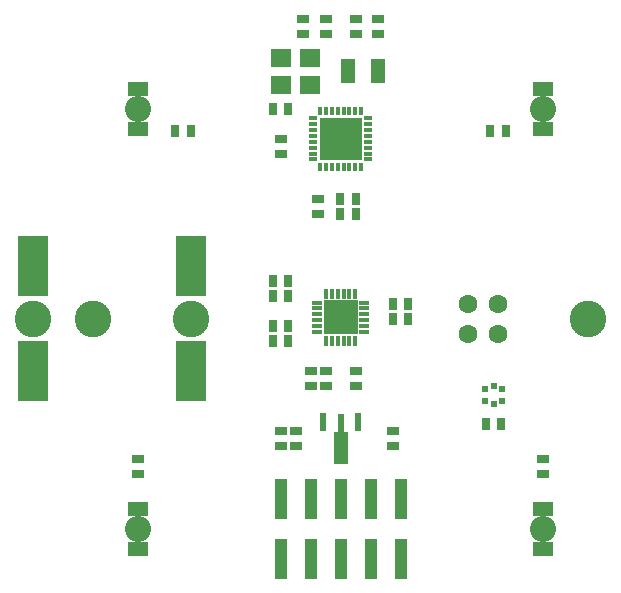
<source format=gbr>
G04 EAGLE Gerber X2 export*
%TF.Part,Single*%
%TF.FileFunction,Soldermask,Top,1*%
%TF.FilePolarity,Negative*%
%TF.GenerationSoftware,Autodesk,EAGLE,8.6.0*%
%TF.CreationDate,2018-05-27T13:35:38Z*%
G75*
%MOMM*%
%FSLAX34Y34*%
%LPD*%
%AMOC8*
5,1,8,0,0,1.08239X$1,22.5*%
G01*
%ADD10C,3.101600*%
%ADD11R,1.117600X3.403600*%
%ADD12R,0.581600X1.501600*%
%ADD13R,0.581600X1.626600*%
%ADD14R,1.301600X2.826600*%
%ADD15R,1.001600X0.801600*%
%ADD16R,1.201600X2.001600*%
%ADD17R,2.641600X5.181600*%
%ADD18R,0.801600X1.001600*%
%ADD19R,1.701600X1.201600*%
%ADD20C,2.201600*%
%ADD21R,0.551600X0.601600*%
%ADD22R,0.601600X0.551600*%
%ADD23R,0.406400X0.711200*%
%ADD24R,0.711200X0.406400*%
%ADD25R,3.556000X3.556000*%
%ADD26R,0.901600X0.401600*%
%ADD27R,0.401600X0.901600*%
%ADD28R,2.851600X2.851600*%
%ADD29R,1.701600X1.601600*%
%ADD30C,1.601600*%

G36*
X338273Y521977D02*
X338273Y521977D01*
X338275Y521976D01*
X338318Y521996D01*
X338362Y522014D01*
X338362Y522016D01*
X338364Y522017D01*
X338397Y522102D01*
X338397Y528198D01*
X338396Y528200D01*
X338397Y528202D01*
X338377Y528245D01*
X338359Y528289D01*
X338357Y528289D01*
X338356Y528291D01*
X338271Y528324D01*
X335223Y528324D01*
X335221Y528323D01*
X335219Y528324D01*
X335176Y528304D01*
X335132Y528286D01*
X335131Y528284D01*
X335129Y528283D01*
X335097Y528198D01*
X335097Y522102D01*
X335097Y522100D01*
X335097Y522098D01*
X335117Y522055D01*
X335135Y522011D01*
X335137Y522011D01*
X335138Y522009D01*
X335223Y521976D01*
X338271Y521976D01*
X338273Y521977D01*
G37*
G36*
X348275Y521977D02*
X348275Y521977D01*
X348277Y521976D01*
X348320Y521996D01*
X348364Y522014D01*
X348365Y522016D01*
X348367Y522017D01*
X348400Y522102D01*
X348400Y528198D01*
X348399Y528200D01*
X348400Y528202D01*
X348380Y528245D01*
X348361Y528289D01*
X348359Y528289D01*
X348358Y528291D01*
X348273Y528324D01*
X345225Y528324D01*
X345223Y528323D01*
X345221Y528324D01*
X345178Y528304D01*
X345135Y528286D01*
X345134Y528284D01*
X345132Y528283D01*
X345099Y528198D01*
X345099Y522102D01*
X345100Y522100D01*
X345099Y522098D01*
X345119Y522055D01*
X345138Y522011D01*
X345140Y522011D01*
X345140Y522009D01*
X345225Y521976D01*
X348273Y521976D01*
X348275Y521977D01*
G37*
G36*
X343274Y521977D02*
X343274Y521977D01*
X343276Y521976D01*
X343319Y521996D01*
X343363Y522014D01*
X343364Y522016D01*
X343366Y522017D01*
X343398Y522102D01*
X343398Y528198D01*
X343398Y528200D01*
X343398Y528202D01*
X343378Y528245D01*
X343360Y528289D01*
X343358Y528289D01*
X343357Y528291D01*
X343272Y528324D01*
X340224Y528324D01*
X340222Y528323D01*
X340220Y528324D01*
X340177Y528304D01*
X340133Y528286D01*
X340133Y528284D01*
X340131Y528283D01*
X340098Y528198D01*
X340098Y522102D01*
X340099Y522100D01*
X340098Y522098D01*
X340118Y522055D01*
X340136Y522011D01*
X340138Y522011D01*
X340139Y522009D01*
X340224Y521976D01*
X343272Y521976D01*
X343274Y521977D01*
G37*
G36*
X333272Y521977D02*
X333272Y521977D01*
X333274Y521976D01*
X333317Y521996D01*
X333360Y522014D01*
X333361Y522016D01*
X333363Y522017D01*
X333396Y522102D01*
X333396Y528198D01*
X333395Y528200D01*
X333396Y528202D01*
X333376Y528245D01*
X333357Y528289D01*
X333355Y528289D01*
X333355Y528291D01*
X333270Y528324D01*
X330222Y528324D01*
X330220Y528323D01*
X330218Y528324D01*
X330175Y528304D01*
X330131Y528286D01*
X330130Y528284D01*
X330128Y528283D01*
X330095Y528198D01*
X330095Y522102D01*
X330096Y522100D01*
X330095Y522098D01*
X330115Y522055D01*
X330134Y522011D01*
X330136Y522011D01*
X330137Y522009D01*
X330222Y521976D01*
X333270Y521976D01*
X333272Y521977D01*
G37*
G36*
X353277Y521977D02*
X353277Y521977D01*
X353279Y521976D01*
X353322Y521996D01*
X353365Y522014D01*
X353366Y522016D01*
X353368Y522017D01*
X353401Y522102D01*
X353401Y528198D01*
X353400Y528200D01*
X353401Y528202D01*
X353381Y528245D01*
X353362Y528289D01*
X353360Y528289D01*
X353360Y528291D01*
X353275Y528324D01*
X350227Y528324D01*
X350225Y528323D01*
X350223Y528324D01*
X350180Y528304D01*
X350136Y528286D01*
X350135Y528284D01*
X350133Y528283D01*
X350100Y528198D01*
X350100Y522102D01*
X350101Y522100D01*
X350100Y522098D01*
X350120Y522055D01*
X350139Y522011D01*
X350141Y522011D01*
X350142Y522009D01*
X350227Y521976D01*
X353275Y521976D01*
X353277Y521977D01*
G37*
G36*
X358278Y521977D02*
X358278Y521977D01*
X358280Y521976D01*
X358323Y521996D01*
X358367Y522014D01*
X358367Y522016D01*
X358369Y522017D01*
X358402Y522102D01*
X358402Y528198D01*
X358401Y528200D01*
X358402Y528202D01*
X358382Y528245D01*
X358364Y528289D01*
X358362Y528289D01*
X358361Y528291D01*
X358276Y528324D01*
X355228Y528324D01*
X355226Y528323D01*
X355224Y528324D01*
X355181Y528304D01*
X355137Y528286D01*
X355136Y528284D01*
X355134Y528283D01*
X355102Y528198D01*
X355102Y522102D01*
X355102Y522100D01*
X355102Y522098D01*
X355122Y522055D01*
X355140Y522011D01*
X355142Y522011D01*
X355143Y522009D01*
X355228Y521976D01*
X358276Y521976D01*
X358278Y521977D01*
G37*
G36*
X363279Y521977D02*
X363279Y521977D01*
X363281Y521976D01*
X363324Y521996D01*
X363368Y522014D01*
X363369Y522016D01*
X363371Y522017D01*
X363403Y522102D01*
X363403Y528198D01*
X363403Y528200D01*
X363403Y528202D01*
X363383Y528245D01*
X363365Y528289D01*
X363363Y528289D01*
X363362Y528291D01*
X363277Y528324D01*
X360229Y528324D01*
X360227Y528323D01*
X360225Y528324D01*
X360182Y528304D01*
X360138Y528286D01*
X360138Y528284D01*
X360136Y528283D01*
X360103Y528198D01*
X360103Y522102D01*
X360104Y522100D01*
X360103Y522098D01*
X360123Y522055D01*
X360141Y522011D01*
X360143Y522011D01*
X360144Y522009D01*
X360229Y521976D01*
X363277Y521976D01*
X363279Y521977D01*
G37*
G36*
X368280Y521977D02*
X368280Y521977D01*
X368282Y521976D01*
X368325Y521996D01*
X368369Y522014D01*
X368370Y522016D01*
X368372Y522017D01*
X368405Y522102D01*
X368405Y528198D01*
X368404Y528200D01*
X368405Y528202D01*
X368385Y528245D01*
X368366Y528289D01*
X368364Y528289D01*
X368363Y528291D01*
X368278Y528324D01*
X365230Y528324D01*
X365228Y528323D01*
X365226Y528324D01*
X365183Y528304D01*
X365140Y528286D01*
X365139Y528284D01*
X365137Y528283D01*
X365104Y528198D01*
X365104Y522102D01*
X365105Y522100D01*
X365104Y522098D01*
X365124Y522055D01*
X365143Y522011D01*
X365145Y522011D01*
X365146Y522009D01*
X365230Y521976D01*
X368278Y521976D01*
X368280Y521977D01*
G37*
G36*
X328800Y517505D02*
X328800Y517505D01*
X328802Y517504D01*
X328845Y517524D01*
X328889Y517543D01*
X328889Y517545D01*
X328891Y517546D01*
X328924Y517630D01*
X328924Y520678D01*
X328923Y520680D01*
X328924Y520682D01*
X328904Y520725D01*
X328886Y520769D01*
X328884Y520770D01*
X328883Y520772D01*
X328798Y520805D01*
X322702Y520805D01*
X322700Y520804D01*
X322698Y520805D01*
X322655Y520785D01*
X322611Y520766D01*
X322611Y520764D01*
X322609Y520763D01*
X322576Y520678D01*
X322576Y517630D01*
X322577Y517628D01*
X322576Y517626D01*
X322596Y517583D01*
X322614Y517540D01*
X322616Y517539D01*
X322617Y517537D01*
X322702Y517504D01*
X328798Y517504D01*
X328800Y517505D01*
G37*
G36*
X375800Y517505D02*
X375800Y517505D01*
X375802Y517504D01*
X375845Y517524D01*
X375889Y517543D01*
X375889Y517545D01*
X375891Y517546D01*
X375924Y517630D01*
X375924Y520678D01*
X375923Y520680D01*
X375924Y520682D01*
X375904Y520725D01*
X375886Y520769D01*
X375884Y520770D01*
X375883Y520772D01*
X375798Y520805D01*
X369702Y520805D01*
X369700Y520804D01*
X369698Y520805D01*
X369655Y520785D01*
X369611Y520766D01*
X369611Y520764D01*
X369609Y520763D01*
X369576Y520678D01*
X369576Y517630D01*
X369577Y517628D01*
X369576Y517626D01*
X369596Y517583D01*
X369614Y517540D01*
X369616Y517539D01*
X369617Y517537D01*
X369702Y517504D01*
X375798Y517504D01*
X375800Y517505D01*
G37*
G36*
X328800Y512504D02*
X328800Y512504D01*
X328802Y512503D01*
X328845Y512523D01*
X328889Y512541D01*
X328889Y512543D01*
X328891Y512544D01*
X328924Y512629D01*
X328924Y515677D01*
X328923Y515679D01*
X328924Y515681D01*
X328904Y515724D01*
X328886Y515768D01*
X328884Y515769D01*
X328883Y515771D01*
X328798Y515803D01*
X322702Y515803D01*
X322700Y515803D01*
X322698Y515803D01*
X322655Y515783D01*
X322611Y515765D01*
X322611Y515763D01*
X322609Y515762D01*
X322576Y515677D01*
X322576Y512629D01*
X322577Y512627D01*
X322576Y512625D01*
X322596Y512582D01*
X322614Y512538D01*
X322616Y512538D01*
X322617Y512536D01*
X322702Y512503D01*
X328798Y512503D01*
X328800Y512504D01*
G37*
G36*
X375800Y512504D02*
X375800Y512504D01*
X375802Y512503D01*
X375845Y512523D01*
X375889Y512541D01*
X375889Y512543D01*
X375891Y512544D01*
X375924Y512629D01*
X375924Y515677D01*
X375923Y515679D01*
X375924Y515681D01*
X375904Y515724D01*
X375886Y515768D01*
X375884Y515769D01*
X375883Y515771D01*
X375798Y515803D01*
X369702Y515803D01*
X369700Y515803D01*
X369698Y515803D01*
X369655Y515783D01*
X369611Y515765D01*
X369611Y515763D01*
X369609Y515762D01*
X369576Y515677D01*
X369576Y512629D01*
X369577Y512627D01*
X369576Y512625D01*
X369596Y512582D01*
X369614Y512538D01*
X369616Y512538D01*
X369617Y512536D01*
X369702Y512503D01*
X375798Y512503D01*
X375800Y512504D01*
G37*
G36*
X328800Y507502D02*
X328800Y507502D01*
X328802Y507502D01*
X328845Y507522D01*
X328889Y507540D01*
X328889Y507542D01*
X328891Y507543D01*
X328924Y507628D01*
X328924Y510676D01*
X328923Y510678D01*
X328924Y510680D01*
X328904Y510723D01*
X328886Y510767D01*
X328884Y510767D01*
X328883Y510769D01*
X328798Y510802D01*
X322702Y510802D01*
X322700Y510801D01*
X322698Y510802D01*
X322655Y510782D01*
X322611Y510764D01*
X322611Y510762D01*
X322609Y510761D01*
X322576Y510676D01*
X322576Y507628D01*
X322577Y507626D01*
X322576Y507624D01*
X322596Y507581D01*
X322614Y507537D01*
X322616Y507536D01*
X322617Y507534D01*
X322702Y507502D01*
X328798Y507502D01*
X328800Y507502D01*
G37*
G36*
X375800Y507502D02*
X375800Y507502D01*
X375802Y507502D01*
X375845Y507522D01*
X375889Y507540D01*
X375889Y507542D01*
X375891Y507543D01*
X375924Y507628D01*
X375924Y510676D01*
X375923Y510678D01*
X375924Y510680D01*
X375904Y510723D01*
X375886Y510767D01*
X375884Y510767D01*
X375883Y510769D01*
X375798Y510802D01*
X369702Y510802D01*
X369700Y510801D01*
X369698Y510802D01*
X369655Y510782D01*
X369611Y510764D01*
X369611Y510762D01*
X369609Y510761D01*
X369576Y510676D01*
X369576Y507628D01*
X369577Y507626D01*
X369576Y507624D01*
X369596Y507581D01*
X369614Y507537D01*
X369616Y507536D01*
X369617Y507534D01*
X369702Y507502D01*
X375798Y507502D01*
X375800Y507502D01*
G37*
G36*
X375800Y502501D02*
X375800Y502501D01*
X375802Y502500D01*
X375845Y502520D01*
X375889Y502539D01*
X375889Y502541D01*
X375891Y502542D01*
X375924Y502627D01*
X375924Y505675D01*
X375923Y505677D01*
X375924Y505679D01*
X375904Y505722D01*
X375886Y505765D01*
X375884Y505766D01*
X375883Y505768D01*
X375798Y505801D01*
X369702Y505801D01*
X369700Y505800D01*
X369698Y505801D01*
X369655Y505781D01*
X369611Y505762D01*
X369611Y505760D01*
X369609Y505760D01*
X369576Y505675D01*
X369576Y502627D01*
X369577Y502625D01*
X369576Y502623D01*
X369596Y502580D01*
X369614Y502536D01*
X369616Y502535D01*
X369617Y502533D01*
X369702Y502500D01*
X375798Y502500D01*
X375800Y502501D01*
G37*
G36*
X328800Y502501D02*
X328800Y502501D01*
X328802Y502500D01*
X328845Y502520D01*
X328889Y502539D01*
X328889Y502541D01*
X328891Y502542D01*
X328924Y502627D01*
X328924Y505675D01*
X328923Y505677D01*
X328924Y505679D01*
X328904Y505722D01*
X328886Y505765D01*
X328884Y505766D01*
X328883Y505768D01*
X328798Y505801D01*
X322702Y505801D01*
X322700Y505800D01*
X322698Y505801D01*
X322655Y505781D01*
X322611Y505762D01*
X322611Y505760D01*
X322609Y505760D01*
X322576Y505675D01*
X322576Y502627D01*
X322577Y502625D01*
X322576Y502623D01*
X322596Y502580D01*
X322614Y502536D01*
X322616Y502535D01*
X322617Y502533D01*
X322702Y502500D01*
X328798Y502500D01*
X328800Y502501D01*
G37*
G36*
X375800Y497500D02*
X375800Y497500D01*
X375802Y497499D01*
X375845Y497519D01*
X375889Y497538D01*
X375889Y497540D01*
X375891Y497540D01*
X375924Y497625D01*
X375924Y500673D01*
X375923Y500675D01*
X375924Y500677D01*
X375904Y500720D01*
X375886Y500764D01*
X375884Y500765D01*
X375883Y500767D01*
X375798Y500800D01*
X369702Y500800D01*
X369700Y500799D01*
X369698Y500800D01*
X369655Y500780D01*
X369611Y500761D01*
X369611Y500759D01*
X369609Y500758D01*
X369576Y500673D01*
X369576Y497625D01*
X369577Y497623D01*
X369576Y497621D01*
X369596Y497578D01*
X369614Y497535D01*
X369616Y497534D01*
X369617Y497532D01*
X369702Y497499D01*
X375798Y497499D01*
X375800Y497500D01*
G37*
G36*
X328800Y497500D02*
X328800Y497500D01*
X328802Y497499D01*
X328845Y497519D01*
X328889Y497538D01*
X328889Y497540D01*
X328891Y497540D01*
X328924Y497625D01*
X328924Y500673D01*
X328923Y500675D01*
X328924Y500677D01*
X328904Y500720D01*
X328886Y500764D01*
X328884Y500765D01*
X328883Y500767D01*
X328798Y500800D01*
X322702Y500800D01*
X322700Y500799D01*
X322698Y500800D01*
X322655Y500780D01*
X322611Y500761D01*
X322611Y500759D01*
X322609Y500758D01*
X322576Y500673D01*
X322576Y497625D01*
X322577Y497623D01*
X322576Y497621D01*
X322596Y497578D01*
X322614Y497535D01*
X322616Y497534D01*
X322617Y497532D01*
X322702Y497499D01*
X328798Y497499D01*
X328800Y497500D01*
G37*
G36*
X328800Y492499D02*
X328800Y492499D01*
X328802Y492498D01*
X328845Y492518D01*
X328889Y492536D01*
X328889Y492538D01*
X328891Y492539D01*
X328924Y492624D01*
X328924Y495672D01*
X328923Y495674D01*
X328924Y495676D01*
X328904Y495719D01*
X328886Y495763D01*
X328884Y495764D01*
X328883Y495766D01*
X328798Y495798D01*
X322702Y495798D01*
X322700Y495798D01*
X322698Y495798D01*
X322655Y495778D01*
X322611Y495760D01*
X322611Y495758D01*
X322609Y495757D01*
X322576Y495672D01*
X322576Y492624D01*
X322577Y492622D01*
X322576Y492620D01*
X322596Y492577D01*
X322614Y492533D01*
X322616Y492533D01*
X322617Y492531D01*
X322702Y492498D01*
X328798Y492498D01*
X328800Y492499D01*
G37*
G36*
X375800Y492499D02*
X375800Y492499D01*
X375802Y492498D01*
X375845Y492518D01*
X375889Y492536D01*
X375889Y492538D01*
X375891Y492539D01*
X375924Y492624D01*
X375924Y495672D01*
X375923Y495674D01*
X375924Y495676D01*
X375904Y495719D01*
X375886Y495763D01*
X375884Y495764D01*
X375883Y495766D01*
X375798Y495798D01*
X369702Y495798D01*
X369700Y495798D01*
X369698Y495798D01*
X369655Y495778D01*
X369611Y495760D01*
X369611Y495758D01*
X369609Y495757D01*
X369576Y495672D01*
X369576Y492624D01*
X369577Y492622D01*
X369576Y492620D01*
X369596Y492577D01*
X369614Y492533D01*
X369616Y492533D01*
X369617Y492531D01*
X369702Y492498D01*
X375798Y492498D01*
X375800Y492499D01*
G37*
G36*
X328800Y487497D02*
X328800Y487497D01*
X328802Y487497D01*
X328845Y487517D01*
X328889Y487535D01*
X328889Y487537D01*
X328891Y487538D01*
X328924Y487623D01*
X328924Y490671D01*
X328923Y490673D01*
X328924Y490675D01*
X328904Y490718D01*
X328886Y490762D01*
X328884Y490762D01*
X328883Y490764D01*
X328798Y490797D01*
X322702Y490797D01*
X322700Y490796D01*
X322698Y490797D01*
X322655Y490777D01*
X322611Y490759D01*
X322611Y490757D01*
X322609Y490756D01*
X322576Y490671D01*
X322576Y487623D01*
X322577Y487621D01*
X322576Y487619D01*
X322596Y487576D01*
X322614Y487532D01*
X322616Y487531D01*
X322617Y487529D01*
X322702Y487497D01*
X328798Y487497D01*
X328800Y487497D01*
G37*
G36*
X375800Y487497D02*
X375800Y487497D01*
X375802Y487497D01*
X375845Y487517D01*
X375889Y487535D01*
X375889Y487537D01*
X375891Y487538D01*
X375924Y487623D01*
X375924Y490671D01*
X375923Y490673D01*
X375924Y490675D01*
X375904Y490718D01*
X375886Y490762D01*
X375884Y490762D01*
X375883Y490764D01*
X375798Y490797D01*
X369702Y490797D01*
X369700Y490796D01*
X369698Y490797D01*
X369655Y490777D01*
X369611Y490759D01*
X369611Y490757D01*
X369609Y490756D01*
X369576Y490671D01*
X369576Y487623D01*
X369577Y487621D01*
X369576Y487619D01*
X369596Y487576D01*
X369614Y487532D01*
X369616Y487531D01*
X369617Y487529D01*
X369702Y487497D01*
X375798Y487497D01*
X375800Y487497D01*
G37*
G36*
X375800Y482496D02*
X375800Y482496D01*
X375802Y482495D01*
X375845Y482515D01*
X375889Y482534D01*
X375889Y482536D01*
X375891Y482537D01*
X375924Y482622D01*
X375924Y485670D01*
X375923Y485672D01*
X375924Y485674D01*
X375904Y485717D01*
X375886Y485760D01*
X375884Y485761D01*
X375883Y485763D01*
X375798Y485796D01*
X369702Y485796D01*
X369700Y485795D01*
X369698Y485796D01*
X369655Y485776D01*
X369611Y485757D01*
X369611Y485755D01*
X369609Y485755D01*
X369576Y485670D01*
X369576Y482622D01*
X369577Y482620D01*
X369576Y482618D01*
X369596Y482575D01*
X369614Y482531D01*
X369616Y482530D01*
X369617Y482528D01*
X369702Y482495D01*
X375798Y482495D01*
X375800Y482496D01*
G37*
G36*
X328800Y482496D02*
X328800Y482496D01*
X328802Y482495D01*
X328845Y482515D01*
X328889Y482534D01*
X328889Y482536D01*
X328891Y482537D01*
X328924Y482622D01*
X328924Y485670D01*
X328923Y485672D01*
X328924Y485674D01*
X328904Y485717D01*
X328886Y485760D01*
X328884Y485761D01*
X328883Y485763D01*
X328798Y485796D01*
X322702Y485796D01*
X322700Y485795D01*
X322698Y485796D01*
X322655Y485776D01*
X322611Y485757D01*
X322611Y485755D01*
X322609Y485755D01*
X322576Y485670D01*
X322576Y482622D01*
X322577Y482620D01*
X322576Y482618D01*
X322596Y482575D01*
X322614Y482531D01*
X322616Y482530D01*
X322617Y482528D01*
X322702Y482495D01*
X328798Y482495D01*
X328800Y482496D01*
G37*
G36*
X338273Y474977D02*
X338273Y474977D01*
X338275Y474976D01*
X338318Y474996D01*
X338362Y475014D01*
X338362Y475016D01*
X338364Y475017D01*
X338397Y475102D01*
X338397Y481198D01*
X338396Y481200D01*
X338397Y481202D01*
X338377Y481245D01*
X338359Y481289D01*
X338357Y481289D01*
X338356Y481291D01*
X338271Y481324D01*
X335223Y481324D01*
X335221Y481323D01*
X335219Y481324D01*
X335176Y481304D01*
X335132Y481286D01*
X335131Y481284D01*
X335129Y481283D01*
X335097Y481198D01*
X335097Y475102D01*
X335097Y475100D01*
X335097Y475098D01*
X335117Y475055D01*
X335135Y475011D01*
X335137Y475011D01*
X335138Y475009D01*
X335223Y474976D01*
X338271Y474976D01*
X338273Y474977D01*
G37*
G36*
X343274Y474977D02*
X343274Y474977D01*
X343276Y474976D01*
X343319Y474996D01*
X343363Y475014D01*
X343364Y475016D01*
X343366Y475017D01*
X343398Y475102D01*
X343398Y481198D01*
X343398Y481200D01*
X343398Y481202D01*
X343378Y481245D01*
X343360Y481289D01*
X343358Y481289D01*
X343357Y481291D01*
X343272Y481324D01*
X340224Y481324D01*
X340222Y481323D01*
X340220Y481324D01*
X340177Y481304D01*
X340133Y481286D01*
X340133Y481284D01*
X340131Y481283D01*
X340098Y481198D01*
X340098Y475102D01*
X340099Y475100D01*
X340098Y475098D01*
X340118Y475055D01*
X340136Y475011D01*
X340138Y475011D01*
X340139Y475009D01*
X340224Y474976D01*
X343272Y474976D01*
X343274Y474977D01*
G37*
G36*
X363279Y474977D02*
X363279Y474977D01*
X363281Y474976D01*
X363324Y474996D01*
X363368Y475014D01*
X363369Y475016D01*
X363371Y475017D01*
X363403Y475102D01*
X363403Y481198D01*
X363403Y481200D01*
X363403Y481202D01*
X363383Y481245D01*
X363365Y481289D01*
X363363Y481289D01*
X363362Y481291D01*
X363277Y481324D01*
X360229Y481324D01*
X360227Y481323D01*
X360225Y481324D01*
X360182Y481304D01*
X360138Y481286D01*
X360138Y481284D01*
X360136Y481283D01*
X360103Y481198D01*
X360103Y475102D01*
X360104Y475100D01*
X360103Y475098D01*
X360123Y475055D01*
X360141Y475011D01*
X360143Y475011D01*
X360144Y475009D01*
X360229Y474976D01*
X363277Y474976D01*
X363279Y474977D01*
G37*
G36*
X333272Y474977D02*
X333272Y474977D01*
X333274Y474976D01*
X333317Y474996D01*
X333360Y475014D01*
X333361Y475016D01*
X333363Y475017D01*
X333396Y475102D01*
X333396Y481198D01*
X333395Y481200D01*
X333396Y481202D01*
X333376Y481245D01*
X333357Y481289D01*
X333355Y481289D01*
X333355Y481291D01*
X333270Y481324D01*
X330222Y481324D01*
X330220Y481323D01*
X330218Y481324D01*
X330175Y481304D01*
X330131Y481286D01*
X330130Y481284D01*
X330128Y481283D01*
X330095Y481198D01*
X330095Y475102D01*
X330096Y475100D01*
X330095Y475098D01*
X330115Y475055D01*
X330134Y475011D01*
X330136Y475011D01*
X330137Y475009D01*
X330222Y474976D01*
X333270Y474976D01*
X333272Y474977D01*
G37*
G36*
X353277Y474977D02*
X353277Y474977D01*
X353279Y474976D01*
X353322Y474996D01*
X353365Y475014D01*
X353366Y475016D01*
X353368Y475017D01*
X353401Y475102D01*
X353401Y481198D01*
X353400Y481200D01*
X353401Y481202D01*
X353381Y481245D01*
X353362Y481289D01*
X353360Y481289D01*
X353360Y481291D01*
X353275Y481324D01*
X350227Y481324D01*
X350225Y481323D01*
X350223Y481324D01*
X350180Y481304D01*
X350136Y481286D01*
X350135Y481284D01*
X350133Y481283D01*
X350100Y481198D01*
X350100Y475102D01*
X350101Y475100D01*
X350100Y475098D01*
X350120Y475055D01*
X350139Y475011D01*
X350141Y475011D01*
X350142Y475009D01*
X350227Y474976D01*
X353275Y474976D01*
X353277Y474977D01*
G37*
G36*
X348275Y474977D02*
X348275Y474977D01*
X348277Y474976D01*
X348320Y474996D01*
X348364Y475014D01*
X348365Y475016D01*
X348367Y475017D01*
X348400Y475102D01*
X348400Y481198D01*
X348399Y481200D01*
X348400Y481202D01*
X348380Y481245D01*
X348361Y481289D01*
X348359Y481289D01*
X348358Y481291D01*
X348273Y481324D01*
X345225Y481324D01*
X345223Y481323D01*
X345221Y481324D01*
X345178Y481304D01*
X345135Y481286D01*
X345134Y481284D01*
X345132Y481283D01*
X345099Y481198D01*
X345099Y475102D01*
X345100Y475100D01*
X345099Y475098D01*
X345119Y475055D01*
X345138Y475011D01*
X345140Y475011D01*
X345140Y475009D01*
X345225Y474976D01*
X348273Y474976D01*
X348275Y474977D01*
G37*
G36*
X368280Y474977D02*
X368280Y474977D01*
X368282Y474976D01*
X368325Y474996D01*
X368369Y475014D01*
X368370Y475016D01*
X368372Y475017D01*
X368405Y475102D01*
X368405Y481198D01*
X368404Y481200D01*
X368405Y481202D01*
X368385Y481245D01*
X368366Y481289D01*
X368364Y481289D01*
X368363Y481291D01*
X368278Y481324D01*
X365230Y481324D01*
X365228Y481323D01*
X365226Y481324D01*
X365183Y481304D01*
X365140Y481286D01*
X365139Y481284D01*
X365137Y481283D01*
X365104Y481198D01*
X365104Y475102D01*
X365105Y475100D01*
X365104Y475098D01*
X365124Y475055D01*
X365143Y475011D01*
X365145Y475011D01*
X365146Y475009D01*
X365230Y474976D01*
X368278Y474976D01*
X368280Y474977D01*
G37*
G36*
X358278Y474977D02*
X358278Y474977D01*
X358280Y474976D01*
X358323Y474996D01*
X358367Y475014D01*
X358367Y475016D01*
X358369Y475017D01*
X358402Y475102D01*
X358402Y481198D01*
X358401Y481200D01*
X358402Y481202D01*
X358382Y481245D01*
X358364Y481289D01*
X358362Y481289D01*
X358361Y481291D01*
X358276Y481324D01*
X355228Y481324D01*
X355226Y481323D01*
X355224Y481324D01*
X355181Y481304D01*
X355137Y481286D01*
X355136Y481284D01*
X355134Y481283D01*
X355102Y481198D01*
X355102Y475102D01*
X355102Y475100D01*
X355102Y475098D01*
X355122Y475055D01*
X355140Y475011D01*
X355142Y475011D01*
X355143Y475009D01*
X355228Y474976D01*
X358276Y474976D01*
X358278Y474977D01*
G37*
D10*
X88900Y349250D03*
X222250Y349250D03*
D11*
X298450Y146050D03*
X298450Y196850D03*
X323850Y146050D03*
X323850Y196850D03*
X349250Y146050D03*
X349250Y196850D03*
X374650Y146050D03*
X374650Y196850D03*
X400050Y146050D03*
X400050Y196850D03*
D12*
X364250Y261900D03*
D13*
X349250Y261275D03*
D12*
X334250Y261900D03*
D14*
X349250Y240050D03*
D15*
X393700Y254150D03*
X393700Y241150D03*
X298450Y254150D03*
X298450Y241150D03*
D10*
X558800Y349250D03*
X139700Y349250D03*
D16*
X380800Y558800D03*
X355800Y558800D03*
D15*
X361950Y603400D03*
X361950Y590400D03*
X336550Y603400D03*
X336550Y590400D03*
X317500Y590400D03*
X317500Y603400D03*
D17*
X222250Y393700D03*
X88900Y304800D03*
D18*
X222400Y508000D03*
X209400Y508000D03*
X476100Y508000D03*
X489100Y508000D03*
D15*
X177800Y230900D03*
X177800Y217900D03*
X520700Y230900D03*
X520700Y217900D03*
D19*
X520700Y544050D03*
X520700Y510050D03*
D20*
X520700Y527050D03*
D19*
X177800Y544050D03*
X177800Y510050D03*
D20*
X177800Y527050D03*
D19*
X520700Y154450D03*
X520700Y188450D03*
D20*
X520700Y171450D03*
D19*
X177800Y154450D03*
X177800Y188450D03*
D20*
X177800Y171450D03*
D18*
X406550Y349250D03*
X393550Y349250D03*
X291950Y342900D03*
X304950Y342900D03*
X406550Y361950D03*
X393550Y361950D03*
X291950Y330200D03*
X304950Y330200D03*
X291950Y381000D03*
X304950Y381000D03*
X291950Y368300D03*
X304950Y368300D03*
D17*
X88900Y393700D03*
X222250Y304800D03*
D15*
X298450Y488800D03*
X298450Y501800D03*
D21*
X486290Y279480D03*
X486290Y289480D03*
D22*
X478790Y291980D03*
D21*
X471290Y289480D03*
X471290Y279480D03*
D22*
X478790Y276980D03*
D18*
X472290Y260350D03*
X485290Y260350D03*
D23*
X366754Y525150D03*
X361753Y525150D03*
X356752Y525150D03*
X351751Y525150D03*
X346749Y525150D03*
X341748Y525150D03*
X336747Y525150D03*
X331746Y525150D03*
D24*
X325750Y519154D03*
X325750Y514153D03*
X325750Y509152D03*
X325750Y504151D03*
X325750Y499149D03*
X325750Y494148D03*
X325750Y489147D03*
X325750Y484146D03*
D23*
X331746Y478150D03*
X336747Y478150D03*
X341748Y478150D03*
X346749Y478150D03*
X351751Y478150D03*
X356752Y478150D03*
X361753Y478150D03*
X366754Y478150D03*
D24*
X372750Y484146D03*
X372750Y489147D03*
X372750Y494148D03*
X372750Y499149D03*
X372750Y504151D03*
X372750Y509152D03*
X372750Y514153D03*
X372750Y519154D03*
D25*
X349250Y501650D03*
D26*
X329250Y363020D03*
X329250Y358020D03*
X329250Y353020D03*
X329250Y348020D03*
X329250Y343020D03*
X329250Y338020D03*
D27*
X336750Y330520D03*
X341750Y330520D03*
X346750Y330520D03*
X351750Y330520D03*
X356750Y330520D03*
X361750Y330520D03*
D26*
X369250Y338020D03*
X369250Y343020D03*
X369250Y348020D03*
X369250Y353020D03*
X369250Y358020D03*
X369250Y363020D03*
D27*
X361750Y370520D03*
X356750Y370520D03*
X351750Y370520D03*
X346750Y370520D03*
X341750Y370520D03*
X336750Y370520D03*
D28*
X349250Y350520D03*
D15*
X361950Y304950D03*
X361950Y291950D03*
X381000Y590400D03*
X381000Y603400D03*
X330200Y438000D03*
X330200Y451000D03*
X323850Y304950D03*
X323850Y291950D03*
X336550Y304950D03*
X336550Y291950D03*
D18*
X362100Y438150D03*
X349100Y438150D03*
X362100Y450850D03*
X349100Y450850D03*
D15*
X311150Y254150D03*
X311150Y241150D03*
D29*
X298650Y547300D03*
X323650Y547300D03*
X323650Y570300D03*
X298650Y570300D03*
D18*
X291950Y527050D03*
X304950Y527050D03*
D30*
X482600Y336550D03*
X457200Y336550D03*
X457200Y361950D03*
X482600Y361950D03*
M02*

</source>
